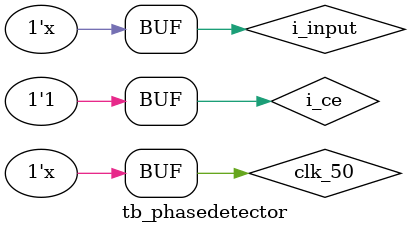
<source format=v>

`timescale 1ns / 10ps 


module tb_phasedetector();

	parameter PHASE_BITS = 24;
	parameter real SYSTEM_CLOCK = 50000000;
	parameter SYSTEM_HALF_PERIOD_NS = 1e9 / (SYSTEM_CLOCK * 2);
	parameter real MAX_PHASE = 2.0 ** PHASE_BITS;
	parameter real RATIO = SYSTEM_CLOCK / MAX_PHASE;
	parameter real INPUT_FREQUENCY = 44100 * 2 * 32;
	parameter INPUT_HALF_PERIOD_NS = 1e9 / (INPUT_FREQUENCY * 2);
	parameter real INITIAL_FREQUENCY = 3000000;

reg clk_50;
reg i_ce;
reg i_input;

PLL #(
	.PHASE_BITS(PHASE_BITS),
	.LGCOEFF(5),
	.INITIAL_STEP(INITIAL_FREQUENCY / RATIO)
	)
U1(
	.i_clk(clk_50),
	.i_ce(i_ce),
	.i_input(i_input)
);

// Main 50MHz clock
initial
begin
	clk_50 = 0;
end
always
	#SYSTEM_HALF_PERIOD_NS clk_50 = ~clk_50;


// Internal oscillator
initial i_ce = 1;

// External signal
initial
begin
	i_input = 0;
end
always
	#INPUT_HALF_PERIOD_NS i_input = ~i_input;

endmodule

</source>
